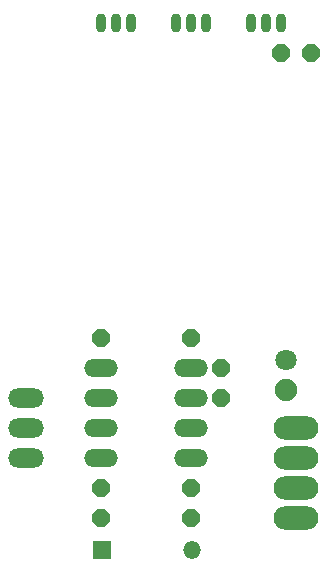
<source format=gbr>
%TF.GenerationSoftware,KiCad,Pcbnew,8.0.6*%
%TF.CreationDate,2025-07-11T22:44:48+02:00*%
%TF.ProjectId,PCF8583 1v4,50434638-3538-4332-9031-76342e6b6963,rev?*%
%TF.SameCoordinates,Original*%
%TF.FileFunction,Soldermask,Bot*%
%TF.FilePolarity,Negative*%
%FSLAX46Y46*%
G04 Gerber Fmt 4.6, Leading zero omitted, Abs format (unit mm)*
G04 Created by KiCad (PCBNEW 8.0.6) date 2025-07-11 22:44:48*
%MOMM*%
%LPD*%
G01*
G04 APERTURE LIST*
G04 Aperture macros list*
%AMFreePoly0*
4,1,25,0.333266,0.742596,0.345389,0.732242,0.732242,0.345389,0.760749,0.289441,0.762000,0.273547,0.762000,-0.273547,0.742596,-0.333266,0.732242,-0.345389,0.345389,-0.732242,0.289441,-0.760749,0.273547,-0.762000,-0.273547,-0.762000,-0.333266,-0.742596,-0.345389,-0.732242,-0.732242,-0.345389,-0.760749,-0.289441,-0.762000,-0.273547,-0.762000,0.273547,-0.742596,0.333266,-0.732242,0.345389,
-0.345389,0.732242,-0.289441,0.760749,-0.273547,0.762000,0.273547,0.762000,0.333266,0.742596,0.333266,0.742596,$1*%
%AMFreePoly1*
4,1,25,0.391131,0.882296,0.403254,0.871942,0.871942,0.403254,0.900449,0.347306,0.901700,0.331412,0.901700,-0.331412,0.882296,-0.391131,0.871942,-0.403254,0.403254,-0.871942,0.347306,-0.900449,0.331412,-0.901700,-0.331412,-0.901700,-0.391131,-0.882296,-0.403254,-0.871942,-0.871942,-0.403254,-0.900449,-0.347306,-0.901700,-0.331412,-0.901700,0.331412,-0.882296,0.391131,-0.871942,0.403254,
-0.403254,0.871942,-0.347306,0.900449,-0.331412,0.901700,0.331412,0.901700,0.391131,0.882296,0.391131,0.882296,$1*%
G04 Aperture macros list end*
%ADD10R,1.500000X1.500000*%
%ADD11O,1.500000X1.500000*%
%ADD12O,0.903200X1.603200*%
%ADD13FreePoly0,0.000000*%
%ADD14FreePoly0,180.000000*%
%ADD15C,1.803400*%
%ADD16FreePoly1,270.000000*%
%ADD17FreePoly0,270.000000*%
%ADD18O,2.844800X1.524000*%
%ADD19O,3.803200X2.003200*%
%ADD20O,3.048000X1.625600*%
G04 APERTURE END LIST*
D10*
%TO.C,D1*%
X143685000Y-128000000D03*
D11*
X151305000Y-128000000D03*
%TD*%
D12*
%TO.C,IC4*%
X158826100Y-83408600D03*
X157556100Y-83408600D03*
X156286100Y-83408600D03*
%TD*%
D13*
%TO.C,R1*%
X143586100Y-110078600D03*
X151206100Y-110078600D03*
%TD*%
D12*
%TO.C,IC3*%
X152476100Y-83408600D03*
X151206100Y-83408600D03*
X149936100Y-83408600D03*
%TD*%
D13*
%TO.C,C2*%
X158826100Y-85948600D03*
X161366100Y-85948600D03*
%TD*%
D12*
%TO.C,IC2*%
X146126100Y-83408600D03*
X144856100Y-83408600D03*
X143586100Y-83408600D03*
%TD*%
D14*
%TO.C,R2*%
X151206100Y-122778600D03*
X143586100Y-122778600D03*
%TD*%
D15*
%TO.C,C3*%
X159250000Y-111980000D03*
D16*
X159250000Y-114520000D03*
%TD*%
D14*
%TO.C,R3*%
X151206100Y-125318600D03*
X143586100Y-125318600D03*
%TD*%
D17*
%TO.C,C1*%
X153746100Y-112618600D03*
X153746100Y-115158600D03*
%TD*%
D18*
%TO.C,IC1*%
X143586100Y-112618600D03*
X143586100Y-115158600D03*
X143586100Y-117698600D03*
X143586100Y-120238600D03*
X151206100Y-120238600D03*
X151206100Y-117698600D03*
X151206100Y-115158600D03*
X151206100Y-112618600D03*
%TD*%
D19*
%TO.C,X2*%
X160096100Y-117698600D03*
X160096100Y-120238600D03*
X160096100Y-122778600D03*
X160096100Y-125318600D03*
%TD*%
D20*
%TO.C,J2*%
X137236100Y-115158600D03*
X137236100Y-117698600D03*
X137236100Y-120238600D03*
%TD*%
M02*

</source>
